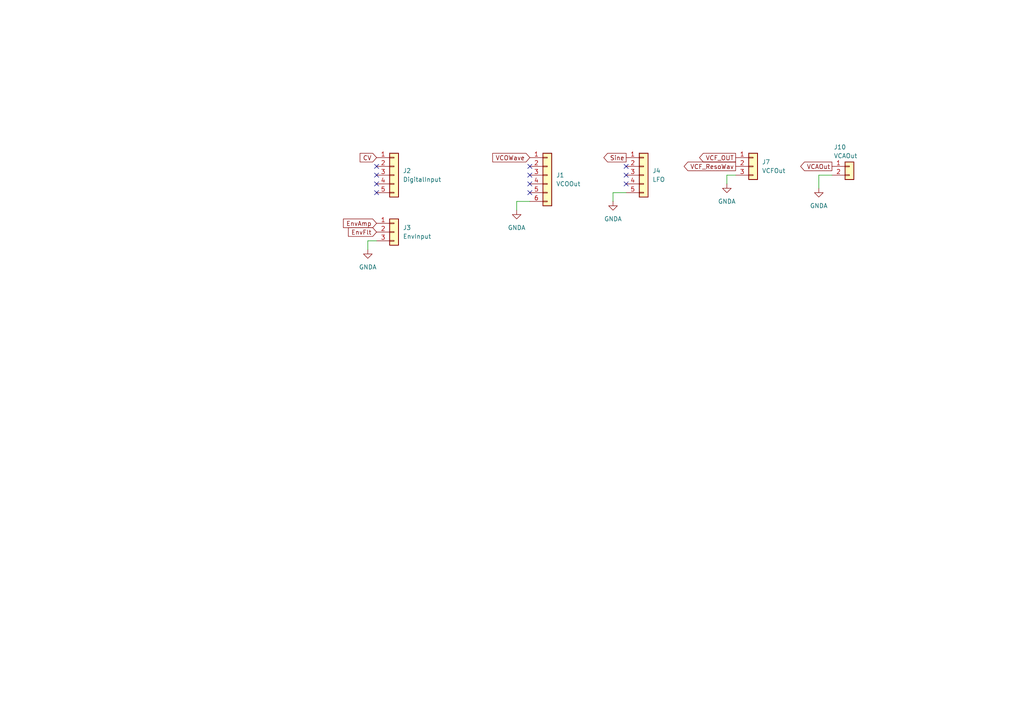
<source format=kicad_sch>
(kicad_sch (version 20250114) (generator "eeschema") (generator_version "9.0")
  (paper "A4")
  (lib_symbols
    (symbol "Connector_Generic:Conn_01x02" (pin_names (offset 1.016) (hide yes))
      (property "Reference" "J" (at 0 2.54 0))
      (property "Value" "Conn_01x02" (at 0 -5.08 0))
      (symbol "Conn_01x02_1_1"
        (rectangle (start -1.27 1.27) (end 1.27 -3.81) (stroke (width 0.254)) (fill (type background)))
        (rectangle (start -1.27 0.127) (end 0 -0.127) (stroke (width 0.1524)))
        (rectangle (start -1.27 -2.413) (end 0 -2.667) (stroke (width 0.1524)))
        (pin passive line (at -5.08 0 0) (length 3.81) (name "Pin_1") (number "1"))
        (pin passive line (at -5.08 -2.54 0) (length 3.81) (name "Pin_2") (number "2"))
      )
    )
    (symbol "Connector_Generic:Conn_01x03" (pin_names (offset 1.016) (hide yes))
      (property "Reference" "J" (at 0 5.08 0))
      (property "Value" "Conn_01x03" (at 0 -5.08 0))
      (symbol "Conn_01x03_1_1"
        (rectangle (start -1.27 3.81) (end 1.27 -3.81) (stroke (width 0.254)) (fill (type background)))
        (rectangle (start -1.27 2.667) (end 0 2.413) (stroke (width 0.1524)))
        (rectangle (start -1.27 0.127) (end 0 -0.127) (stroke (width 0.1524)))
        (rectangle (start -1.27 -2.413) (end 0 -2.667) (stroke (width 0.1524)))
        (pin passive line (at -5.08 2.54 0) (length 3.81) (name "Pin_1") (number "1"))
        (pin passive line (at -5.08 0 0) (length 3.81) (name "Pin_2") (number "2"))
        (pin passive line (at -5.08 -2.54 0) (length 3.81) (name "Pin_3") (number "3"))
      )
    )
    (symbol "Connector_Generic:Conn_01x05" (pin_names (offset 1.016) (hide yes))
      (property "Reference" "J" (at 0 7.62 0))
      (property "Value" "Conn_01x05" (at 0 -7.62 0))
      (symbol "Conn_01x05_1_1"
        (rectangle (start -1.27 6.35) (end 1.27 -6.35) (stroke (width 0.254)) (fill (type background)))
        (rectangle (start -1.27 5.207) (end 0 4.953) (stroke (width 0.1524)))
        (rectangle (start -1.27 2.667) (end 0 2.413) (stroke (width 0.1524)))
        (rectangle (start -1.27 0.127) (end 0 -0.127) (stroke (width 0.1524)))
        (rectangle (start -1.27 -2.413) (end 0 -2.667) (stroke (width 0.1524)))
        (rectangle (start -1.27 -4.953) (end 0 -5.207) (stroke (width 0.1524)))
        (pin passive line (at -5.08 5.08 0) (length 3.81) (name "Pin_1") (number "1"))
        (pin passive line (at -5.08 2.54 0) (length 3.81) (name "Pin_2") (number "2"))
        (pin passive line (at -5.08 0 0) (length 3.81) (name "Pin_3") (number "3"))
        (pin passive line (at -5.08 -2.54 0) (length 3.81) (name "Pin_4") (number "4"))
        (pin passive line (at -5.08 -5.08 0) (length 3.81) (name "Pin_5") (number "5"))
      )
    )
    (symbol "Connector_Generic:Conn_01x06" (pin_names (offset 1.016) (hide yes))
      (property "Reference" "J" (at 0 7.62 0))
      (property "Value" "Conn_01x06" (at 0 -10.16 0))
      (symbol "Conn_01x06_1_1"
        (rectangle (start -1.27 6.35) (end 1.27 -8.89) (stroke (width 0.254)) (fill (type background)))
        (rectangle (start -1.27 5.207) (end 0 4.953) (stroke (width 0.1524)))
        (rectangle (start -1.27 2.667) (end 0 2.413) (stroke (width 0.1524)))
        (rectangle (start -1.27 0.127) (end 0 -0.127) (stroke (width 0.1524)))
        (rectangle (start -1.27 -2.413) (end 0 -2.667) (stroke (width 0.1524)))
        (rectangle (start -1.27 -4.953) (end 0 -5.207) (stroke (width 0.1524)))
        (rectangle (start -1.27 -7.493) (end 0 -7.747) (stroke (width 0.1524)))
        (pin passive line (at -5.08 5.08 0) (length 3.81) (name "Pin_1") (number "1"))
        (pin passive line (at -5.08 2.54 0) (length 3.81) (name "Pin_2") (number "2"))
        (pin passive line (at -5.08 0 0) (length 3.81) (name "Pin_3") (number "3"))
        (pin passive line (at -5.08 -2.54 0) (length 3.81) (name "Pin_4") (number "4"))
        (pin passive line (at -5.08 -5.08 0) (length 3.81) (name "Pin_5") (number "5"))
        (pin passive line (at -5.08 -7.62 0) (length 3.81) (name "Pin_6") (number "6"))
      )
    )
    (symbol "power:GNDA" (power) (pin_numbers (hide yes)) (pin_names (offset 0) (hide yes))
      (property "Value" "GNDA" (at 0 -3.81 0))
      (symbol "GNDA_0_1"
        (polyline (pts (xy 0 0) (xy 0 -1.27) (xy 1.27 -1.27) (xy 0 -2.54) (xy -1.27 -1.27) (xy 0 -1.27)))
      )
      (symbol "GNDA_1_1"
        (pin power_in line (at 0 0 270) (length 0) (name "~") (number "1"))
      )
    )
  )
  (no_connect (at 109.22 55.88))
  (no_connect (at 181.61 53.34))
  (no_connect (at 181.61 48.26))
  (no_connect (at 181.61 50.8))
  (no_connect (at 153.67 53.34))
  (no_connect (at 109.22 50.8))
  (no_connect (at 153.67 48.26))
  (no_connect (at 109.22 48.26))
  (no_connect (at 153.67 50.8))
  (no_connect (at 109.22 53.34))
  (no_connect (at 153.67 55.88))
  (wire (pts (xy 106.68 69.85) (xy 106.68 72.39)))
  (wire (pts (xy 210.82 50.8) (xy 210.82 53.34)))
  (wire (pts (xy 241.3 50.8) (xy 237.49 50.8)))
  (wire (pts (xy 181.61 55.88) (xy 177.8 55.88)))
  (wire (pts (xy 237.49 50.8) (xy 237.49 54.61)))
  (wire (pts (xy 213.36 50.8) (xy 210.82 50.8)))
  (wire (pts (xy 149.86 58.42) (xy 149.86 60.96)))
  (wire (pts (xy 109.22 69.85) (xy 106.68 69.85)))
  (wire (pts (xy 153.67 58.42) (xy 149.86 58.42)))
  (wire (pts (xy 177.8 55.88) (xy 177.8 58.42)))
  (global_label "VCOWave" (shape input) (at 153.67 45.72 180) (property "Intersheetrefs" "${INTERSHEET_REFS}" (effects (hide yes))))
  (global_label "EnvAmp" (shape input) (at 109.22 64.77 180) (property "Intersheetrefs" "${INTERSHEET_REFS}" (effects (hide yes))))
  (global_label "VCAOut" (shape output) (at 241.3 48.26 180) (property "Intersheetrefs" "${INTERSHEET_REFS}" (effects (hide yes))))
  (global_label "Sine" (shape output) (at 181.61 45.72 180) (property "Intersheetrefs" "${INTERSHEET_REFS}" (effects (hide yes))))
  (global_label "EnvFlt" (shape input) (at 109.22 67.31 180) (property "Intersheetrefs" "${INTERSHEET_REFS}" (effects (hide yes))))
  (global_label "CV" (shape input) (at 109.22 45.72 180) (property "Intersheetrefs" "${INTERSHEET_REFS}" (effects (hide yes))))
  (global_label "VCF_OUT" (shape output) (at 213.36 45.72 180) (property "Intersheetrefs" "${INTERSHEET_REFS}" (effects (hide yes))))
  (global_label "VCF_ResoWav" (shape output) (at 213.36 48.26 180) (property "Intersheetrefs" "${INTERSHEET_REFS}" (effects (hide yes))))
  (symbol (lib_id "power:GNDA") (at 237.49 54.61 0) (unit 1)
    (property "Reference" "#PWR0126" (effects (hide yes)))
    (property "Value" "GNDA" (at 237.49 59.69 0))
    (property "Description" "Power symbol creates a global label with name \"GNDA\" , analog ground" (effects (hide yes)))
  )
  (symbol (lib_id "Connector_Generic:Conn_01x02") (at 246.38 48.26 0) (unit 1)
    (property "Reference" "J10" (at 241.808 42.672 0) (effects (justify left)))
    (property "Value" "VCAOut" (at 241.808 45.212 0) (effects (justify left)))
    (property "Footprint" "Connector_PinHeader_2.54mm:PinHeader_1x02_P2.54mm_Vertical" (effects (hide yes)))
    (property "Description" "Generic connector, single row, 01x02, script generated (kicad-library-utils/schlib/autogen/connector/)" (effects (hide yes)))
  )
  (symbol (lib_id "power:GNDA") (at 149.86 60.96 0) (unit 1)
    (property "Reference" "#PWR085" (effects (hide yes)))
    (property "Value" "GNDA" (at 149.86 66.04 0))
    (property "Description" "Power symbol creates a global label with name \"GNDA\" , analog ground" (effects (hide yes)))
  )
  (symbol (lib_id "Connector_Generic:Conn_01x05") (at 114.3 50.8 0) (unit 1)
    (property "Reference" "J2" (at 116.84 49.5299 0) (effects (justify left)))
    (property "Value" "DigitalInput" (at 116.84 52.0699 0) (effects (justify left)))
    (property "Footprint" "Connector_PinHeader_2.54mm:PinHeader_1x05_P2.54mm_Vertical" (effects (hide yes)))
    (property "Description" "Generic connector, single row, 01x05, script generated (kicad-library-utils/schlib/autogen/connector/)" (effects (hide yes)))
  )
  (symbol (lib_id "power:GNDA") (at 177.8 58.42 0) (unit 1)
    (property "Reference" "#PWR0139" (effects (hide yes)))
    (property "Value" "GNDA" (at 177.8 63.5 0))
    (property "Description" "Power symbol creates a global label with name \"GNDA\" , analog ground" (effects (hide yes)))
  )
  (symbol (lib_id "Connector_Generic:Conn_01x03") (at 218.44 48.26 0) (unit 1)
    (property "Reference" "J7" (at 220.98 46.9899 0) (effects (justify left)))
    (property "Value" "VCFOut" (at 220.98 49.5299 0) (effects (justify left)))
    (property "Footprint" "Connector_PinSocket_2.54mm:PinSocket_1x03_P2.54mm_Vertical" (effects (hide yes)))
    (property "Description" "Generic connector, single row, 01x03, script generated (kicad-library-utils/schlib/autogen/connector/)" (effects (hide yes)))
  )
  (symbol (lib_id "Connector_Generic:Conn_01x06") (at 158.75 50.8 0) (unit 1)
    (property "Reference" "J1" (at 161.29 50.7999 0) (effects (justify left)))
    (property "Value" "VCOOut" (at 161.29 53.3399 0) (effects (justify left)))
    (property "Footprint" "Connector_PinSocket_2.54mm:PinSocket_1x06_P2.54mm_Vertical" (effects (hide yes)))
    (property "Description" "Generic connector, single row, 01x06, script generated (kicad-library-utils/schlib/autogen/connector/)" (effects (hide yes)))
  )
  (symbol (lib_id "Connector_Generic:Conn_01x03") (at 114.3 67.31 0) (unit 1)
    (property "Reference" "J3" (at 116.84 66.0399 0) (effects (justify left)))
    (property "Value" "EnvInput" (at 116.84 68.5799 0) (effects (justify left)))
    (property "Footprint" "Connector_PinSocket_2.54mm:PinSocket_1x03_P2.54mm_Vertical" (effects (hide yes)))
    (property "Description" "Generic connector, single row, 01x03, script generated (kicad-library-utils/schlib/autogen/connector/)" (effects (hide yes)))
  )
  (symbol (lib_id "power:GNDA") (at 210.82 53.34 0) (unit 1)
    (property "Reference" "#PWR023" (effects (hide yes)))
    (property "Value" "GNDA" (at 210.82 58.42 0))
    (property "Description" "Power symbol creates a global label with name \"GNDA\" , analog ground" (effects (hide yes)))
  )
  (symbol (lib_id "Connector_Generic:Conn_01x05") (at 186.69 50.8 0) (unit 1)
    (property "Reference" "J4" (at 189.23 49.5299 0) (effects (justify left)))
    (property "Value" "LFO" (at 189.23 52.0699 0) (effects (justify left)))
    (property "Footprint" "Connector_PinSocket_2.54mm:PinSocket_1x05_P2.54mm_Vertical" (effects (hide yes)))
    (property "Description" "Generic connector, single row, 01x05, script generated (kicad-library-utils/schlib/autogen/connector/)" (effects (hide yes)))
  )
  (symbol (lib_id "power:GNDA") (at 106.68 72.39 0) (unit 1)
    (property "Reference" "#PWR01" (effects (hide yes)))
    (property "Value" "GNDA" (at 106.68 77.47 0))
    (property "Description" "Power symbol creates a global label with name \"GNDA\" , analog ground" (effects (hide yes)))
  )
)
</source>
